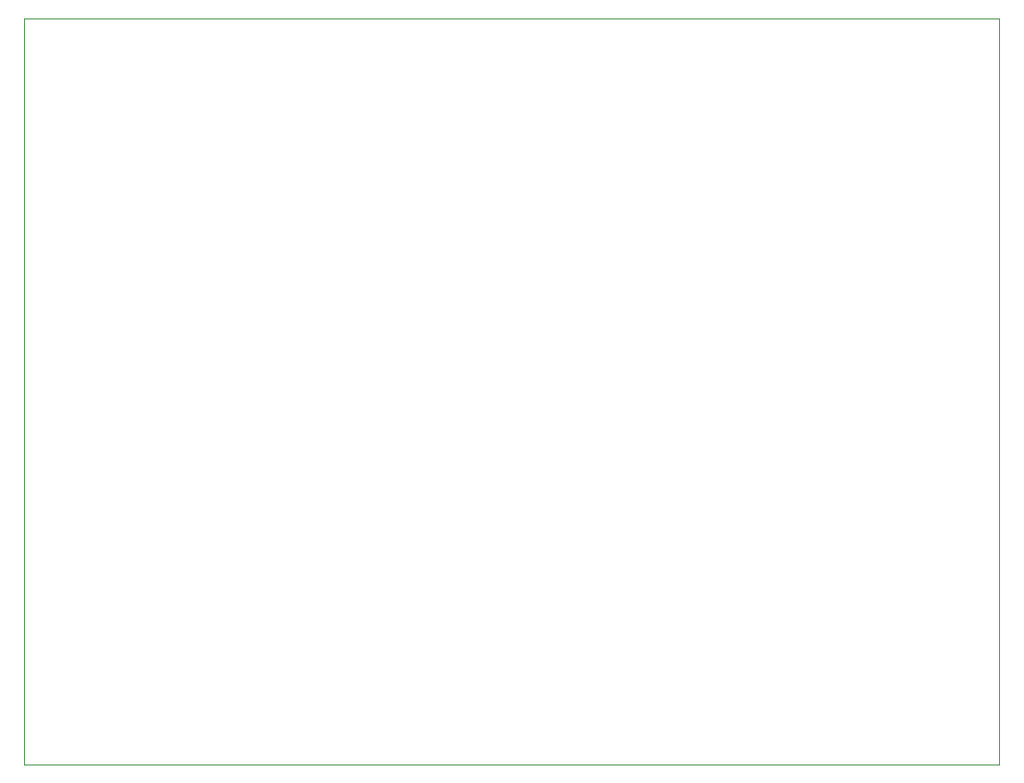
<source format=gbr>
G04 EAGLE Gerber RS-274X export*
G75*
%MOMM*%
%FSLAX34Y34*%
%LPD*%
%IN*%
%IPPOS*%
%AMOC8*
5,1,8,0,0,1.08239X$1,22.5*%
G01*
%ADD10C,0.000000*%


D10*
X894000Y0D02*
X0Y0D01*
X0Y684000D01*
X894000Y684000D01*
X894000Y0D01*
M02*

</source>
